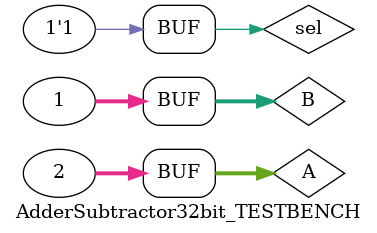
<source format=v>
`timescale 1ns / 1ps


module AdderSubtractor32bit_TESTBENCH;

	// Inputs
	reg [31:0] A;
	reg [31:0] B;
	reg sel;

	// Outputs
	wire [31:0] S;

	// Instantiate the Unit Under Test (UUT)
	AdderSubtractor32bit uut (
		.A(A), 
		.B(B), 
		.sel(sel), 
		.S(S)
	);

	initial begin
		// Initialize Inputs
		A = 0;
		B = 0;
		sel = 0;

		// Wait 100 ns for global reset to finish
		#100;
		A = 32'b00000000000000000000000000000001;
		B = 32'b00000000000000000000000000000001;
		#100;
		A = 32'b00000000000000000000000000000010;
		B = 32'b00000000000000000000000000000001;
		sel = 1'b1;
        
		// Add stimulus here

	end
      
endmodule


</source>
